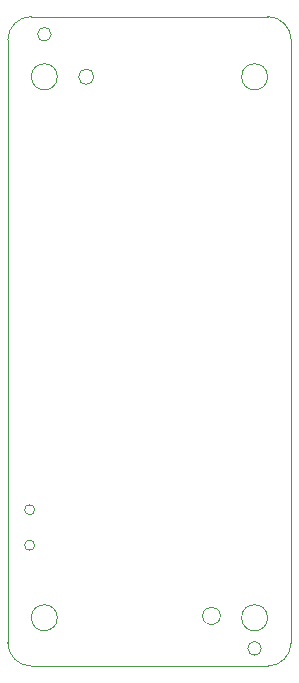
<source format=gm1>
G04 #@! TF.GenerationSoftware,KiCad,Pcbnew,(6.0.5)*
G04 #@! TF.CreationDate,2022-05-21T23:03:55+02:00*
G04 #@! TF.ProjectId,HighBong_V2,48696768-426f-46e6-975f-56322e6b6963,rev?*
G04 #@! TF.SameCoordinates,Original*
G04 #@! TF.FileFunction,Profile,NP*
%FSLAX46Y46*%
G04 Gerber Fmt 4.6, Leading zero omitted, Abs format (unit mm)*
G04 Created by KiCad (PCBNEW (6.0.5)) date 2022-05-21 23:03:55*
%MOMM*%
%LPD*%
G01*
G04 APERTURE LIST*
G04 #@! TA.AperFunction,Profile*
%ADD10C,0.100000*%
G04 #@! TD*
G04 APERTURE END LIST*
D10*
X102000000Y-155000000D02*
X122000000Y-155000000D01*
X107300000Y-105100000D02*
G75*
G03*
X107300000Y-105100000I-650000J0D01*
G01*
X103676000Y-101500000D02*
G75*
G03*
X103676000Y-101500000I-576000J0D01*
G01*
X122000000Y-105100000D02*
G75*
G03*
X122000000Y-105100000I-1100000J0D01*
G01*
X124000000Y-102000000D02*
X124000000Y-153000000D01*
X104200000Y-150900000D02*
G75*
G03*
X104200000Y-150900000I-1100000J0D01*
G01*
X122000000Y-155000000D02*
G75*
G03*
X124000000Y-153000000I0J2000000D01*
G01*
X102000000Y-100000000D02*
G75*
G03*
X100000000Y-102000000I0J-2000000D01*
G01*
X100000000Y-153000000D02*
G75*
G03*
X102000000Y-155000000I2000000J0D01*
G01*
X118000000Y-150750000D02*
G75*
G03*
X118000000Y-150750000I-750000J0D01*
G01*
X124000000Y-102000000D02*
G75*
G03*
X122000000Y-100000000I-2000000J0D01*
G01*
X121476000Y-153500000D02*
G75*
G03*
X121476000Y-153500000I-576000J0D01*
G01*
X104200000Y-105100000D02*
G75*
G03*
X104200000Y-105100000I-1100000J0D01*
G01*
X102000000Y-100000000D02*
X122000000Y-100000000D01*
X122000000Y-150900000D02*
G75*
G03*
X122000000Y-150900000I-1100000J0D01*
G01*
X100000000Y-153000000D02*
X100000000Y-102000000D01*
X102279000Y-141756000D02*
G75*
G03*
X102279000Y-141756000I-425000J0D01*
G01*
X102279000Y-144756000D02*
G75*
G03*
X102279000Y-144756000I-425000J0D01*
G01*
M02*

</source>
